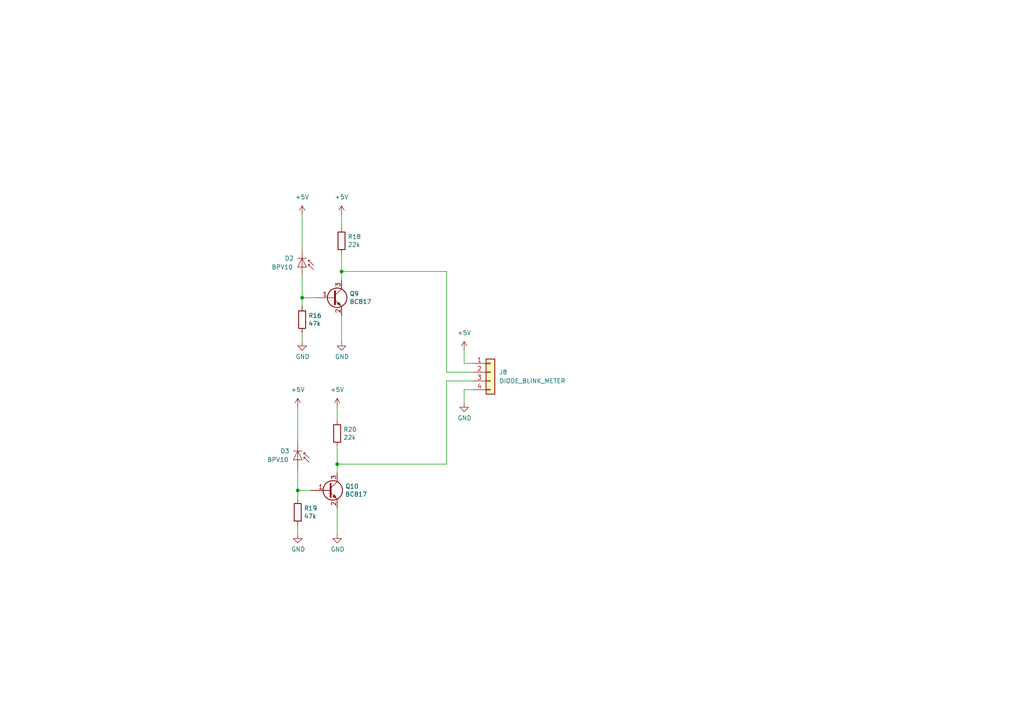
<source format=kicad_sch>
(kicad_sch (version 20231120) (generator "eeschema") (generator_version "8.0")
  (paper "A4")
  (lib_symbols
    (symbol "Connector_Generic:Conn_01x04" (pin_names (offset 1.016) hide)
      (property "Reference" "J" (at 0 5.08 0))
      (property "Value" "Conn_01x04" (at 0 -7.62 0))
      (symbol "Conn_01x04_1_1"
        (rectangle (start -1.27 -4.953) (end 0 -5.207) (stroke (width 0.1524)))
        (rectangle (start -1.27 -2.413) (end 0 -2.667) (stroke (width 0.1524)))
        (rectangle (start -1.27 0.127) (end 0 -0.127) (stroke (width 0.1524)))
        (rectangle (start -1.27 2.667) (end 0 2.413) (stroke (width 0.1524)))
        (rectangle (start -1.27 3.81) (end 1.27 -6.35) (stroke (width 0.254)) (fill (type background)))
        (pin passive line (at -5.08 2.54 0) (length 3.81) (name "Pin_1") (number "1"))
        (pin passive line (at -5.08 0 0) (length 3.81) (name "Pin_2") (number "2"))
        (pin passive line (at -5.08 -2.54 0) (length 3.81) (name "Pin_3") (number "3"))
        (pin passive line (at -5.08 -5.08 0) (length 3.81) (name "Pin_4") (number "4"))
      )
    )
    (symbol "Device:R" (pin_numbers hide) (pin_names (offset 0))
      (property "Reference" "R" (at 2.032 0 90))
      (property "Value" "R" (at 0 0 90))
      (symbol "R_0_1"
        (rectangle (start -1.016 -2.54) (end 1.016 2.54) (stroke (width 0.254)))
      )
      (symbol "R_1_1"
        (pin passive line (at 0 3.81 270) (length 1.27) (name "~") (number "1"))
        (pin passive line (at 0 -3.81 90) (length 1.27) (name "~") (number "2"))
      )
    )
    (symbol "Sensor_Optical:BP104" (pin_numbers hide) (pin_names (offset 1.016) hide)
      (property "Reference" "D" (at 0.508 1.778 0))
      (property "Value" "BP104" (at -1.016 -2.794 0))
      (symbol "BP104_0_1"
        (polyline (pts (xy -2.54 1.27) (xy -2.54 -1.27)) (stroke (width 0.1524)))
        (polyline (pts (xy -2.032 1.778) (xy -1.524 1.778)))
        (polyline (pts (xy 0 -1.27) (xy 0 1.27)))
        (polyline (pts (xy 0 0) (xy -2.54 0)))
        (polyline (pts (xy -0.508 3.302) (xy -2.032 1.778) (xy -2.032 2.286)))
        (polyline (pts (xy 0 1.27) (xy -2.54 0) (xy 0 -1.27)))
        (polyline (pts (xy 0.762 3.302) (xy -0.762 1.778) (xy -0.762 2.286) (xy -0.762 1.778) (xy -0.254 1.778)))
      )
      (symbol "BP104_1_1"
        (pin passive line (at -5.08 0 0) (length 2.54) (name "K") (number "1"))
        (pin passive line (at 2.54 0 180) (length 2.54) (name "A") (number "2"))
      )
    )
    (symbol "Transistor_BJT:BC817" (pin_names (offset 0) hide)
      (property "Reference" "Q" (at 5.08 1.905 0))
      (property "Value" "BC817" (at 5.08 0 0))
      (symbol "BC817_0_1"
        (polyline (pts (xy 0.635 0.635) (xy 2.54 2.54)))
        (polyline (pts (xy 0.635 -0.635) (xy 2.54 -2.54) (xy 2.54 -2.54)))
        (polyline (pts (xy 0.635 1.905) (xy 0.635 -1.905) (xy 0.635 -1.905)) (stroke (width 0.508)))
        (polyline (pts (xy 1.27 -1.778) (xy 1.778 -1.27) (xy 2.286 -2.286) (xy 1.27 -1.778) (xy 1.27 -1.778)) (fill (type outline)))
        (circle (center 1.27 0) (radius 2.8194) (stroke (width 0.254)))
      )
      (symbol "BC817_1_1"
        (pin input line (at -5.08 0 0) (length 5.715) (name "B") (number "1"))
        (pin passive line (at 2.54 -5.08 90) (length 2.54) (name "E") (number "2"))
        (pin passive line (at 2.54 5.08 270) (length 2.54) (name "C") (number "3"))
      )
    )
    (symbol "emosystem-probe-rescue:GND-power" (power) (pin_names (offset 0))
      (property "Value" "power_GND" (at 0 -3.81 0))
      (symbol "GND-power_0_1"
        (polyline (pts (xy 0 0) (xy 0 -1.27) (xy 1.27 -1.27) (xy 0 -2.54) (xy -1.27 -1.27) (xy 0 -1.27)))
      )
      (symbol "GND-power_1_1"
        (pin power_in line (at 0 0 270) (length 0) hide (name "GND") (number "1"))
      )
    )
    (symbol "power:+5V" (power) (pin_numbers hide) (pin_names (offset 0) hide)
      (property "Value" "+5V" (at 0 3.556 0))
      (symbol "+5V_0_1"
        (polyline (pts (xy -0.762 1.27) (xy 0 2.54)))
        (polyline (pts (xy 0 0) (xy 0 2.54)))
        (polyline (pts (xy 0 2.54) (xy 0.762 1.27)))
      )
      (symbol "+5V_1_1"
        (pin power_in line (at 0 0 90) (length 0) (name "~") (number "1"))
      )
    )
  )
  (junction (at 97.79 134.62))
  (junction (at 99.06 78.74))
  (junction (at 87.63 86.36))
  (junction (at 86.36 142.24))
  (wire (pts (xy 86.36 144.78) (xy 86.36 142.24)))
  (wire (pts (xy 129.54 110.49) (xy 129.54 134.62)))
  (wire (pts (xy 99.06 78.74) (xy 99.06 81.28)))
  (wire (pts (xy 99.06 78.74) (xy 129.54 78.74)))
  (wire (pts (xy 137.16 110.49) (xy 129.54 110.49)))
  (wire (pts (xy 86.36 128.27) (xy 86.36 118.11)))
  (wire (pts (xy 86.36 135.89) (xy 86.36 142.24)))
  (wire (pts (xy 87.63 72.39) (xy 87.63 62.23)))
  (wire (pts (xy 134.62 105.41) (xy 134.62 101.6)))
  (wire (pts (xy 86.36 152.4) (xy 86.36 154.94)))
  (wire (pts (xy 97.79 134.62) (xy 129.54 134.62)))
  (wire (pts (xy 87.63 88.9) (xy 87.63 86.36)))
  (wire (pts (xy 129.54 107.95) (xy 129.54 78.74)))
  (wire (pts (xy 91.44 86.36) (xy 87.63 86.36)))
  (wire (pts (xy 99.06 62.23) (xy 99.06 66.04)))
  (wire (pts (xy 99.06 99.06) (xy 99.06 91.44)))
  (wire (pts (xy 97.79 134.62) (xy 97.79 137.16)))
  (wire (pts (xy 97.79 154.94) (xy 97.79 147.32)))
  (wire (pts (xy 134.62 113.03) (xy 137.16 113.03)))
  (wire (pts (xy 97.79 118.11) (xy 97.79 121.92)))
  (wire (pts (xy 137.16 107.95) (xy 129.54 107.95)))
  (wire (pts (xy 99.06 73.66) (xy 99.06 78.74)))
  (wire (pts (xy 87.63 96.52) (xy 87.63 99.06)))
  (wire (pts (xy 97.79 129.54) (xy 97.79 134.62)))
  (wire (pts (xy 90.17 142.24) (xy 86.36 142.24)))
  (wire (pts (xy 87.63 80.01) (xy 87.63 86.36)))
  (wire (pts (xy 134.62 116.84) (xy 134.62 113.03)))
  (wire (pts (xy 137.16 105.41) (xy 134.62 105.41)))
  (symbol (lib_id "power:+5V") (at 87.63 62.23 0) (unit 1)
    (property "Reference" "#PWR018" (effects (hide yes)))
    (property "Value" "+5V" (at 87.63 57.15 0))
    (property "Description" "Power symbol creates a global label with name \"+5V\"" (effects (hide yes)))
  )
  (symbol (lib_id "Device:R") (at 87.63 92.71 0) (unit 1)
    (property "Reference" "R16" (at 89.408 91.5416 0) (effects (justify left)))
    (property "Value" "47k" (at 89.408 93.853 0) (effects (justify left)))
    (property "Footprint" "Resistor_SMD:R_0805_2012Metric_Pad1.20x1.40mm_HandSolder" (effects (hide yes)))
  )
  (symbol (lib_id "Connector_Generic:Conn_01x04") (at 142.24 107.95 0) (unit 1)
    (property "Reference" "J8" (at 144.78 107.9499 0) (effects (justify left)))
    (property "Value" "DIODE_BLINK_METER" (at 144.78 110.4899 0) (effects (justify left)))
    (property "Footprint" "Connector_JST:JST_XH_B4B-XH-A_1x04_P2.50mm_Vertical" (effects (hide yes)))
    (property "Description" "Generic connector, single row, 01x04, script generated (kicad-library-utils/schlib/autogen/connector/)" (effects (hide yes)))
  )
  (symbol (lib_id "emosystem-probe-rescue:GND-power") (at 86.36 154.94 0) (unit 1)
    (property "Reference" "#PWR023" (effects (hide yes)))
    (property "Value" "GND" (at 86.487 159.3342 0))
  )
  (symbol (lib_id "power:+5V") (at 86.36 118.11 0) (unit 1)
    (property "Reference" "#PWR022" (effects (hide yes)))
    (property "Value" "+5V" (at 86.36 113.03 0))
    (property "Description" "Power symbol creates a global label with name \"+5V\"" (effects (hide yes)))
  )
  (symbol (lib_id "power:+5V") (at 97.79 118.11 0) (unit 1)
    (property "Reference" "#PWR024" (effects (hide yes)))
    (property "Value" "+5V" (at 97.79 113.03 0))
    (property "Description" "Power symbol creates a global label with name \"+5V\"" (effects (hide yes)))
  )
  (symbol (lib_id "Device:R") (at 86.36 148.59 0) (unit 1)
    (property "Reference" "R19" (at 88.138 147.4216 0) (effects (justify left)))
    (property "Value" "47k" (at 88.138 149.733 0) (effects (justify left)))
    (property "Footprint" "Resistor_SMD:R_0805_2012Metric_Pad1.20x1.40mm_HandSolder" (effects (hide yes)))
  )
  (symbol (lib_id "emosystem-probe-rescue:GND-power") (at 134.62 116.84 0) (unit 1)
    (property "Reference" "#PWR026" (effects (hide yes)))
    (property "Value" "GND" (at 134.747 121.2342 0))
  )
  (symbol (lib_id "power:+5V") (at 134.62 101.6 0) (unit 1)
    (property "Reference" "#PWR027" (effects (hide yes)))
    (property "Value" "+5V" (at 134.62 96.52 0))
    (property "Description" "Power symbol creates a global label with name \"+5V\"" (effects (hide yes)))
  )
  (symbol (lib_id "Device:R") (at 97.79 125.73 0) (unit 1)
    (property "Reference" "R20" (at 99.568 124.5616 0) (effects (justify left)))
    (property "Value" "22k" (at 99.568 126.873 0) (effects (justify left)))
    (property "Footprint" "Resistor_SMD:R_0805_2012Metric_Pad1.20x1.40mm_HandSolder" (effects (hide yes)))
  )
  (symbol (lib_id "Sensor_Optical:BP104") (at 86.36 133.35 270) (unit 1)
    (property "Reference" "D3" (at 81.28 130.81 90) (effects (justify left)))
    (property "Value" "BPV10" (at 77.47 133.35 90) (effects (justify left)))
    (property "Footprint" "LED_THT:LED_D5.0mm" (effects (hide yes)))
    (property "Datasheet" "https://www.vishay.com/docs/81502/bpv10.pdf" (effects (hide yes)))
  )
  (symbol (lib_id "power:+5V") (at 99.06 62.23 0) (unit 1)
    (property "Reference" "#PWR020" (effects (hide yes)))
    (property "Value" "+5V" (at 99.06 57.15 0))
    (property "Description" "Power symbol creates a global label with name \"+5V\"" (effects (hide yes)))
  )
  (symbol (lib_id "emosystem-probe-rescue:GND-power") (at 87.63 99.06 0) (unit 1)
    (property "Reference" "#PWR019" (effects (hide yes)))
    (property "Value" "GND" (at 87.757 103.4542 0))
  )
  (symbol (lib_id "Device:R") (at 99.06 69.85 0) (unit 1)
    (property "Reference" "R18" (at 100.838 68.6816 0) (effects (justify left)))
    (property "Value" "22k" (at 100.838 70.993 0) (effects (justify left)))
    (property "Footprint" "Resistor_SMD:R_0805_2012Metric_Pad1.20x1.40mm_HandSolder" (effects (hide yes)))
  )
  (symbol (lib_id "Transistor_BJT:BC817") (at 95.25 142.24 0) (unit 1)
    (property "Reference" "Q10" (at 100.1014 141.0716 0) (effects (justify left)))
    (property "Value" "BC817" (at 100.1014 143.383 0) (effects (justify left)))
    (property "Footprint" "Package_TO_SOT_SMD:SOT-23" (effects (hide yes)))
    (property "Datasheet" "http://www.fairchildsemi.com/ds/BC/BC817.pdf" (effects (hide yes)))
  )
  (symbol (lib_id "Transistor_BJT:BC817") (at 96.52 86.36 0) (unit 1)
    (property "Reference" "Q9" (at 101.3714 85.1916 0) (effects (justify left)))
    (property "Value" "BC817" (at 101.3714 87.503 0) (effects (justify left)))
    (property "Footprint" "Package_TO_SOT_SMD:SOT-23" (effects (hide yes)))
    (property "Datasheet" "http://www.fairchildsemi.com/ds/BC/BC817.pdf" (effects (hide yes)))
  )
  (symbol (lib_id "Sensor_Optical:BP104") (at 87.63 77.47 270) (unit 1)
    (property "Reference" "D2" (at 82.55 74.93 90) (effects (justify left)))
    (property "Value" "BPV10" (at 78.74 77.47 90) (effects (justify left)))
    (property "Footprint" "LED_THT:LED_D5.0mm" (effects (hide yes)))
    (property "Datasheet" "https://www.vishay.com/docs/81502/bpv10.pdf" (effects (hide yes)))
  )
  (symbol (lib_id "emosystem-probe-rescue:GND-power") (at 99.06 99.06 0) (unit 1)
    (property "Reference" "#PWR021" (effects (hide yes)))
    (property "Value" "GND" (at 99.187 103.4542 0))
  )
  (symbol (lib_id "emosystem-probe-rescue:GND-power") (at 97.79 154.94 0) (unit 1)
    (property "Reference" "#PWR025" (effects (hide yes)))
    (property "Value" "GND" (at 97.917 159.3342 0))
  )
)
</source>
